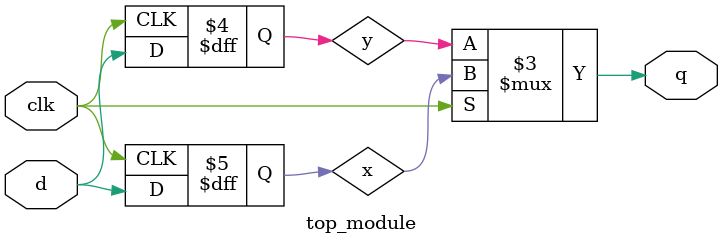
<source format=v>
module top_module (
    input clk,
    input d,
    output reg q
);
    reg x,y;
    always @(posedge clk) begin
        x<=d;
    end
    always @( negedge clk) begin
        y<=d;
    end
    assign q=(clk)?x:y;
endmodule

</source>
